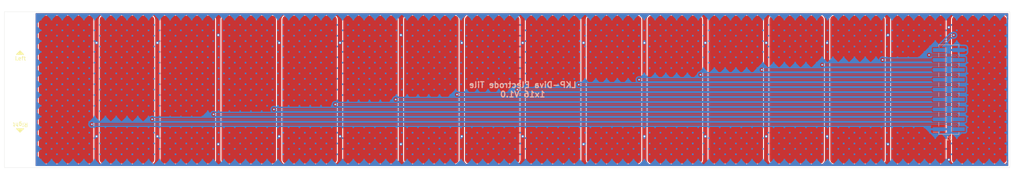
<source format=kicad_pcb>
(kicad_pcb (version 20190605) (host pcbnew "(5.1.0-1358-ge58d9606d)")
  (layers (0 "F.Cu" signal) (31 "B.Cu" signal) (34 "B.Paste" user) (35 "F.Paste" user) (36 "B.SilkS" user) (37 "F.SilkS" user) (38 "B.Mask" user) (39 "F.Mask" user) (44 "Edge.Cuts" user))
  (net 0 "")
  (net 1 "GNDA")
  (net 2 "Net-(J1-Pad17)")
  (net 3 "Net-(J1-Pad16)")
  (net 4 "Net-(J1-Pad15)")
  (net 5 "Net-(J1-Pad14)")
  (net 6 "Net-(J1-Pad13)")
  (net 7 "Net-(J1-Pad12)")
  (net 8 "Net-(J1-Pad11)")
  (net 9 "Net-(J1-Pad10)")
  (net 10 "Net-(J1-Pad9)")
  (net 11 "Net-(J1-Pad8)")
  (net 12 "Net-(J1-Pad7)")
  (net 13 "Net-(J1-Pad6)")
  (net 14 "Net-(J1-Pad5)")
  (net 15 "Net-(J1-Pad4)")
  (net 16 "Net-(J1-Pad3)")
  (net 17 "Net-(J1-Pad2)")
  (module "Connector_PinHeader_2.54mm:PinHeader_2x09_P2.54mm_Vertical_SMD" (layer "B.Cu") (at 265.625 104)
    (fp_text reference "J1" (at 0 12.49) (layer "B.SilkS") (effects (justify mirror)))
    (fp_text value "Intercon")
    (fp_line (start 2.6 -8.38) (end 2.6 -9.4) (layer "B.SilkS") (width 0.12))
    (fp_line (start -2.6 -8.38) (end -2.6 -9.4) (layer "B.SilkS") (width 0.12))
    (fp_line (start 2.6 -5.84) (end 2.6 -6.86) (layer "B.SilkS") (width 0.12))
    (fp_line (start -2.6 -5.84) (end -2.6 -6.86) (layer "B.SilkS") (width 0.12))
    (fp_line (start 2.6 -3.3) (end 2.6 -4.32) (layer "B.SilkS") (width 0.12))
    (fp_line (start -2.6 -3.3) (end -2.6 -4.32) (layer "B.SilkS") (width 0.12))
    (fp_line (start 2.6 -0.76) (end 2.6 -1.78) (layer "B.SilkS") (width 0.12))
    (fp_line (start -2.6 -0.76) (end -2.6 -1.78) (layer "B.SilkS") (width 0.12))
    (fp_line (start 2.6 1.78) (end 2.6 0.76) (layer "B.SilkS") (width 0.12))
    (fp_line (start -2.6 1.78) (end -2.6 0.76) (layer "B.SilkS") (width 0.12))
    (fp_line (start 2.6 4.32) (end 2.6 3.3) (layer "B.SilkS") (width 0.12))
    (fp_line (start -2.6 4.32) (end -2.6 3.3) (layer "B.SilkS") (width 0.12))
    (fp_line (start 2.6 6.86) (end 2.6 5.84) (layer "B.SilkS") (width 0.12))
    (fp_line (start -2.6 6.86) (end -2.6 5.84) (layer "B.SilkS") (width 0.12))
    (fp_line (start 2.6 9.4) (end 2.6 8.38) (layer "B.SilkS") (width 0.12))
    (fp_line (start -2.6 9.4) (end -2.6 8.38) (layer "B.SilkS") (width 0.12))
    (fp_line (start 2.6 -10.92) (end 2.6 -11.49) (layer "B.SilkS") (width 0.12))
    (fp_line (start -2.6 -10.92) (end -2.6 -11.49) (layer "B.SilkS") (width 0.12))
    (fp_line (start 2.6 11.49) (end 2.6 10.92) (layer "B.SilkS") (width 0.12))
    (fp_line (start -2.6 11.49) (end -2.6 10.92) (layer "B.SilkS") (width 0.12))
    (fp_line (start -4.04 10.92) (end -2.6 10.92) (layer "B.SilkS") (width 0.12))
    (fp_line (start -2.6 -11.49) (end 2.6 -11.49) (layer "B.SilkS") (width 0.12))
    (fp_line (start -2.6 11.49) (end 2.6 11.49) (layer "B.SilkS") (width 0.12))
    (pad "18" smd rect (at 2.525 -10.16) (size 3.15 1) (layers "B.Cu" "B.Paste" "B.Mask") (net 1 "GNDA"))
    (pad "17" smd rect (at -2.525 -10.16) (size 3.15 1) (layers "B.Cu" "B.Paste" "B.Mask") (net 2 "Net-(J1-Pad17)"))
    (pad "16" smd rect (at 2.525 -7.62) (size 3.15 1) (layers "B.Cu" "B.Paste" "B.Mask") (net 3 "Net-(J1-Pad16)"))
    (pad "15" smd rect (at -2.525 -7.62) (size 3.15 1) (layers "B.Cu" "B.Paste" "B.Mask") (net 4 "Net-(J1-Pad15)"))
    (pad "14" smd rect (at 2.525 -5.08) (size 3.15 1) (layers "B.Cu" "B.Paste" "B.Mask") (net 5 "Net-(J1-Pad14)"))
    (pad "13" smd rect (at -2.525 -5.08) (size 3.15 1) (layers "B.Cu" "B.Paste" "B.Mask") (net 6 "Net-(J1-Pad13)"))
    (pad "12" smd rect (at 2.525 -2.54) (size 3.15 1) (layers "B.Cu" "B.Paste" "B.Mask") (net 7 "Net-(J1-Pad12)"))
    (pad "11" smd rect (at -2.525 -2.54) (size 3.15 1) (layers "B.Cu" "B.Paste" "B.Mask") (net 8 "Net-(J1-Pad11)"))
    (pad "10" smd rect (at 2.525 0) (size 3.15 1) (layers "B.Cu" "B.Paste" "B.Mask") (net 9 "Net-(J1-Pad10)"))
    (pad "9" smd rect (at -2.525 0) (size 3.15 1) (layers "B.Cu" "B.Paste" "B.Mask") (net 10 "Net-(J1-Pad9)"))
    (pad "8" smd rect (at 2.525 2.54) (size 3.15 1) (layers "B.Cu" "B.Paste" "B.Mask") (net 11 "Net-(J1-Pad8)"))
    (pad "7" smd rect (at -2.525 2.54) (size 3.15 1) (layers "B.Cu" "B.Paste" "B.Mask") (net 12 "Net-(J1-Pad7)"))
    (pad "6" smd rect (at 2.525 5.08) (size 3.15 1) (layers "B.Cu" "B.Paste" "B.Mask") (net 13 "Net-(J1-Pad6)"))
    (pad "5" smd rect (at -2.525 5.08) (size 3.15 1) (layers "B.Cu" "B.Paste" "B.Mask") (net 14 "Net-(J1-Pad5)"))
    (pad "4" smd rect (at 2.525 7.62) (size 3.15 1) (layers "B.Cu" "B.Paste" "B.Mask") (net 15 "Net-(J1-Pad4)"))
    (pad "3" smd rect (at -2.525 7.62) (size 3.15 1) (layers "B.Cu" "B.Paste" "B.Mask") (net 16 "Net-(J1-Pad3)"))
    (pad "2" smd rect (at 2.525 10.16) (size 3.15 1) (layers "B.Cu" "B.Paste" "B.Mask") (net 17 "Net-(J1-Pad2)"))
    (pad "1" smd rect (at -2.525 10.16) (size 3.15 1) (layers "B.Cu" "B.Paste" "B.Mask") (net 1 "GNDA"))
  )
  (module "MountingHole:MountingHole_3.2mm_M3_ISO7380" (layer "F.Cu") (at 27.25 119)
    (fp_text reference "H2" hide)
    (fp_text value "MountingHole")
    (pad "1" np_thru_hole circle (at 0 0) (size 3.2 3.2) (drill 3.2) (layers *.Cu *.Mask))
  )
  (module "MountingHole:MountingHole_3.2mm_M3_ISO7380" (layer "F.Cu") (at 27.25 89)
    (fp_text reference "H1" hide)
    (fp_text value "MountingHole")
    (pad "1" np_thru_hole circle (at 0 0) (size 3.2 3.2) (drill 3.2) (layers *.Cu *.Mask))
  )
  (module "private:CapSense_Electrode_14x38mm" (layer "F.Cu") (at 257.81247 104)
    (fp_text reference "J17" hide)
    (fp_text value "Electrode 14")
    (pad "1" smd roundrect (at 0 0) (size 14 38) (layers "F.Cu") (roundrect_rratio 0.075) (net 3 "Net-(J1-Pad16)"))
  )
  (module "private:CapSense_Electrode_14x38mm" (layer "F.Cu") (at 226.56243 104)
    (fp_text reference "J16" hide)
    (fp_text value "Electrode 12")
    (pad "1" smd roundrect (at 0 0) (size 14 38) (layers "F.Cu") (roundrect_rratio 0.075) (net 5 "Net-(J1-Pad14)"))
  )
  (module "private:CapSense_Electrode_14x38mm" (layer "F.Cu") (at 195.3125 104)
    (fp_text reference "J15" hide)
    (fp_text value "Electrode 10")
    (pad "1" smd roundrect (at 0 0) (size 14 38) (layers "F.Cu") (roundrect_rratio 0.075) (net 7 "Net-(J1-Pad12)"))
  )
  (module "private:CapSense_Electrode_14x38mm" (layer "F.Cu") (at 164.0625 104)
    (fp_text reference "J14" hide)
    (fp_text value "Electrode 8")
    (pad "1" smd roundrect (at 0 0) (size 14 38) (layers "F.Cu") (roundrect_rratio 0.075) (net 9 "Net-(J1-Pad10)"))
  )
  (module "private:CapSense_Electrode_14x38mm" (layer "F.Cu") (at 132.81231 104)
    (fp_text reference "J13" hide)
    (fp_text value "Electrode 6")
    (pad "1" smd roundrect (at 0 0) (size 14 38) (layers "F.Cu") (roundrect_rratio 0.075) (net 11 "Net-(J1-Pad8)"))
  )
  (module "private:CapSense_Electrode_14x38mm" (layer "F.Cu") (at 101.5625 104)
    (fp_text reference "J12" hide)
    (fp_text value "Electrode 4")
    (pad "1" smd roundrect (at 0 0) (size 14 38) (layers "F.Cu") (roundrect_rratio 0.075) (net 13 "Net-(J1-Pad6)"))
  )
  (module "private:CapSense_Electrode_14x38mm" (layer "F.Cu") (at 70.31223 104)
    (fp_text reference "J11" hide)
    (fp_text value "Electrode 2")
    (pad "1" smd roundrect (at 0 0) (size 14 38) (layers "F.Cu") (roundrect_rratio 0.075) (net 15 "Net-(J1-Pad4)"))
  )
  (module "private:CapSense_Electrode_14x38mm" (layer "F.Cu") (at 39.06219 104)
    (fp_text reference "J10" hide)
    (fp_text value "Electrode 0")
    (pad "1" smd roundrect (at 0 0) (size 14 38) (layers "F.Cu") (roundrect_rratio 0.075) (net 17 "Net-(J1-Pad2)"))
  )
  (module "private:CapSense_Electrode_14x38mm" (layer "F.Cu") (at 273.43749 104)
    (fp_text reference "J9" hide)
    (fp_text value "Electrode 15")
    (pad "1" smd roundrect (at 0 0) (size 14 38) (layers "F.Cu") (roundrect_rratio 0.075) (net 2 "Net-(J1-Pad17)"))
  )
  (module "private:CapSense_Electrode_14x38mm" (layer "F.Cu") (at 242.18745 104)
    (fp_text reference "J8" hide)
    (fp_text value "Electrode 13")
    (pad "1" smd roundrect (at 0 0) (size 14 38) (layers "F.Cu") (roundrect_rratio 0.075) (net 4 "Net-(J1-Pad15)"))
  )
  (module "private:CapSense_Electrode_14x38mm" (layer "F.Cu") (at 210.93741 104)
    (fp_text reference "J7" hide)
    (fp_text value "Electrode 11")
    (pad "1" smd roundrect (at 0 0) (size 14 38) (layers "F.Cu") (roundrect_rratio 0.075) (net 6 "Net-(J1-Pad13)"))
  )
  (module "private:CapSense_Electrode_14x38mm" (layer "F.Cu") (at 179.68737 104)
    (fp_text reference "J6" hide)
    (fp_text value "Electrode 9")
    (pad "1" smd roundrect (at 0 0) (size 14 38) (layers "F.Cu") (roundrect_rratio 0.075) (net 8 "Net-(J1-Pad11)"))
  )
  (module "private:CapSense_Electrode_14x38mm" (layer "F.Cu") (at 148.43733 104)
    (fp_text reference "J5" hide)
    (fp_text value "Electrode 7")
    (pad "1" smd roundrect (at 0 0) (size 14 38) (layers "F.Cu") (roundrect_rratio 0.075) (net 10 "Net-(J1-Pad9)"))
  )
  (module "private:CapSense_Electrode_14x38mm" (layer "F.Cu") (at 117.18729 104)
    (fp_text reference "J4" hide)
    (fp_text value "Electrode 5")
    (pad "1" smd roundrect (at 0 0) (size 14 38) (layers "F.Cu") (roundrect_rratio 0.075) (net 12 "Net-(J1-Pad7)"))
  )
  (module "private:CapSense_Electrode_14x38mm" (layer "F.Cu") (at 85.93725 104)
    (fp_text reference "J3" hide)
    (fp_text value "Electrode 3")
    (pad "1" smd roundrect (at 0 0) (size 14 38) (layers "F.Cu") (roundrect_rratio 0.075) (net 14 "Net-(J1-Pad5)"))
  )
  (module "private:CapSense_Electrode_14x38mm" (layer "F.Cu") (at 54.68721 104)
    (fp_text reference "J2" hide)
    (fp_text value "Electrode 1")
    (pad "1" smd roundrect (at 0 0) (size 14 38) (layers "F.Cu") (roundrect_rratio 0.075) (net 16 "Net-(J1-Pad3)"))
  )
  (gr_poly (pts (xy 27.25 115) (xy 28.25 114) (xy 26.25 114)) (layer "F.SilkS") (width 0.1))
  (gr_poly (pts (xy 27.25 94) (xy 26.25 95) (xy 28.25 95)) (layer "F.SilkS") (width 0.1))
  (gr_text "Right" (at 27.34375 113 180) (layer "F.SilkS") (effects (font (size 1 1))))
  (gr_text "Left" (at 27.34375 96) (layer "F.SilkS") (effects (font (size 1 1))))
  (gr_text "LKP-Diva Electrode Tile\n1x16 V1.0" (at 156.25 104) (layer "B.SilkS") (effects (font (size 1.5 1.5) (thickness 0.3)) (justify mirror)))
  (gr_line (start 23.25 84) (end 23.25 124) (layer "Edge.Cuts") (width 0.05))
  (gr_line (start 281.25 124) (end 281.25 84) (layer "Edge.Cuts") (width 0.05))
  (gr_line (start 23.25 124) (end 281.25 124) (layer "Edge.Cuts") (width 0.05))
  (gr_line (start 281.25 84) (end 23.25 84) (layer "Edge.Cuts") (width 0.05))
  (segment (start 263.1 93.1876) (end 266.2576 90.03) (width 0.1524) (layer "B.Cu") (net 2))
  (segment (start 263.1 93.84) (end 263.1 93.1876) (width 0.1524) (layer "B.Cu") (net 2))
  (segment (start 266.2576 90.03) (end 266.895 90.03) (width 0.1524) (layer "B.Cu") (net 2))
  (via (at 266.895 90.03) (size 0.6) (drill 0.3) (layers "F.Cu" "B.Cu") (net 2))
  (segment (start 268.15 95.7276) (end 267.5324 95.11) (width 0.1524) (layer "B.Cu") (net 3))
  (segment (start 268.15 96.38) (end 268.15 95.7276) (width 0.1524) (layer "B.Cu") (net 3))
  (segment (start 267.5324 95.11) (end 260.545 95.11) (width 0.1524) (layer "B.Cu") (net 3))
  (via (at 260.545 95.11) (size 0.6) (drill 0.3) (layers "F.Cu" "B.Cu") (net 3))
  (segment (start 263.1 96.38) (end 248.861 96.38) (width 0.1524) (layer "B.Cu") (net 4))
  (segment (start 248.861 96.38) (end 248.607 96.38) (width 0.1524) (layer "B.Cu") (net 4))
  (via (at 248.607 96.38) (size 0.6) (drill 0.3) (layers "F.Cu" "B.Cu") (net 4))
  (segment (start 268.15 98.2676) (end 267.5324 97.65) (width 0.1524) (layer "B.Cu") (net 5))
  (segment (start 268.15 98.92) (end 268.15 98.2676) (width 0.1524) (layer "B.Cu") (net 5))
  (segment (start 233.113 97.65) (end 267.5324 97.65) (width 0.1524) (layer "B.Cu") (net 5))
  (via (at 233.113 97.65) (size 0.6) (drill 0.3) (layers "F.Cu" "B.Cu") (net 5))
  (segment (start 217.619 98.92) (end 263.1 98.92) (width 0.1524) (layer "B.Cu") (net 6))
  (via (at 217.619 98.92) (size 0.6) (drill 0.3) (layers "F.Cu" "B.Cu") (net 6))
  (segment (start 268.15 100.8076) (end 267.5324 100.19) (width 0.1524) (layer "B.Cu") (net 7))
  (segment (start 268.15 101.46) (end 268.15 100.8076) (width 0.1524) (layer "B.Cu") (net 7))
  (segment (start 201.871 100.19) (end 267.5324 100.19) (width 0.1524) (layer "B.Cu") (net 7))
  (via (at 201.871 100.19) (size 0.6) (drill 0.3) (layers "F.Cu" "B.Cu") (net 7))
  (segment (start 186.123 101.46) (end 263.1 101.46) (width 0.1524) (layer "B.Cu") (net 8))
  (via (at 186.123 101.46) (size 0.6) (drill 0.3) (layers "F.Cu" "B.Cu") (net 8))
  (segment (start 268.15 103.3476) (end 267.5324 102.73) (width 0.1524) (layer "B.Cu") (net 9))
  (segment (start 268.15 104) (end 268.15 103.3476) (width 0.1524) (layer "B.Cu") (net 9))
  (segment (start 170.629 102.73) (end 267.5324 102.73) (width 0.1524) (layer "B.Cu") (net 9))
  (via (at 170.629 102.73) (size 0.6) (drill 0.3) (layers "F.Cu" "B.Cu") (net 9))
  (segment (start 154.881 104) (end 263.1 104) (width 0.1524) (layer "B.Cu") (net 10))
  (via (at 154.881 104) (size 0.6) (drill 0.3) (layers "F.Cu" "B.Cu") (net 10))
  (segment (start 268.15 106.54) (end 268.15 105.8876) (width 0.1524) (layer "B.Cu") (net 11))
  (segment (start 139.387 105.27) (end 267.5324 105.27) (width 0.1524) (layer "B.Cu") (net 11))
  (segment (start 268.15 105.8876) (end 267.5324 105.27) (width 0.1524) (layer "B.Cu") (net 11))
  (via (at 139.387 105.27) (size 0.6) (drill 0.3) (layers "F.Cu" "B.Cu") (net 11))
  (segment (start 263.1 106.54) (end 123.639 106.54) (width 0.1524) (layer "B.Cu") (net 12))
  (via (at 123.639 106.54) (size 0.6) (drill 0.3) (layers "F.Cu" "B.Cu") (net 12))
  (segment (start 268.15 108.4276) (end 267.5324 107.81) (width 0.1524) (layer "B.Cu") (net 13))
  (segment (start 268.15 109.08) (end 268.15 108.4276) (width 0.1524) (layer "B.Cu") (net 13))
  (segment (start 108.145 107.81) (end 267.5324 107.81) (width 0.1524) (layer "B.Cu") (net 13))
  (via (at 108.145 107.81) (size 0.6) (drill 0.3) (layers "F.Cu" "B.Cu") (net 13))
  (segment (start 263.1 109.08) (end 92.397 109.08) (width 0.1524) (layer "B.Cu") (net 14))
  (via (at 92.397 109.08) (size 0.6) (drill 0.3) (layers "F.Cu" "B.Cu") (net 14))
  (segment (start 268.15 110.9676) (end 267.5324 110.35) (width 0.1524) (layer "B.Cu") (net 15))
  (segment (start 268.15 111.62) (end 268.15 110.9676) (width 0.1524) (layer "B.Cu") (net 15))
  (segment (start 76.903 110.35) (end 267.5324 110.35) (width 0.1524) (layer "B.Cu") (net 15))
  (via (at 76.903 110.35) (size 0.6) (drill 0.3) (layers "F.Cu" "B.Cu") (net 15))
  (segment (start 263.1 111.62) (end 61.155 111.62) (width 0.1524) (layer "B.Cu") (net 16))
  (via (at 61.155 111.62) (size 0.6) (drill 0.3) (layers "F.Cu" "B.Cu") (net 16))
  (segment (start 268.15 113.5076) (end 267.5324 112.89) (width 0.1524) (layer "B.Cu") (net 17))
  (segment (start 268.15 114.16) (end 268.15 113.5076) (width 0.1524) (layer "B.Cu") (net 17))
  (segment (start 45.661 112.89) (end 267.5324 112.89) (width 0.1524) (layer "B.Cu") (net 17))
  (via (at 45.661 112.89) (size 0.6) (drill 0.3) (layers "F.Cu" "B.Cu") (net 17))
  (via (at 265.625 122) (size 0.8) (drill 0.4) (layers "F.Cu" "B.Cu") (net 1))
  (via (at 250 118) (size 0.8) (drill 0.4) (layers "F.Cu" "B.Cu") (net 1))
  (via (at 234.375 116) (size 0.8) (drill 0.4) (layers "F.Cu" "B.Cu") (net 1))
  (via (at 218.75 116) (size 0.8) (drill 0.4) (layers "F.Cu" "B.Cu") (net 1))
  (via (at 203.125 116) (size 0.8) (drill 0.4) (layers "F.Cu" "B.Cu") (net 1))
  (via (at 187.5 116) (size 0.8) (drill 0.4) (layers "F.Cu" "B.Cu") (net 1))
  (via (at 156.25 116) (size 0.8) (drill 0.4) (layers "F.Cu" "B.Cu") (net 1))
  (via (at 140.625 116) (size 0.8) (drill 0.4) (layers "F.Cu" "B.Cu") (net 1))
  (via (at 109.375 116) (size 0.8) (drill 0.4) (layers "F.Cu" "B.Cu") (net 1))
  (via (at 93.75 116) (size 0.8) (drill 0.4) (layers "F.Cu" "B.Cu") (net 1))
  (via (at 62.5 116) (size 0.8) (drill 0.4) (layers "F.Cu" "B.Cu") (net 1))
  (via (at 46.875 116) (size 0.8) (drill 0.4) (layers "F.Cu" "B.Cu") (net 1))
  (via (at 250 90) (size 0.8) (drill 0.4) (layers "F.Cu" "B.Cu") (net 1))
  (via (at 265.625 88) (size 0.8) (drill 0.4) (layers "F.Cu" "B.Cu") (net 1))
  (via (at 234.375 92) (size 0.8) (drill 0.4) (layers "F.Cu" "B.Cu") (net 1))
  (via (at 218.75 92) (size 0.8) (drill 0.4) (layers "F.Cu" "B.Cu") (net 1))
  (via (at 203.125 92) (size 0.8) (drill 0.4) (layers "F.Cu" "B.Cu") (net 1))
  (via (at 187.5 92) (size 0.8) (drill 0.4) (layers "F.Cu" "B.Cu") (net 1))
  (via (at 171.875 92) (size 0.8) (drill 0.4) (layers "F.Cu" "B.Cu") (net 1))
  (via (at 156.25 92) (size 0.8) (drill 0.4) (layers "F.Cu" "B.Cu") (net 1))
  (via (at 140.625 92) (size 0.8) (drill 0.4) (layers "F.Cu" "B.Cu") (net 1))
  (via (at 125 90) (size 0.8) (drill 0.4) (layers "F.Cu" "B.Cu") (net 1))
  (via (at 109.375 92) (size 0.8) (drill 0.4) (layers "F.Cu" "B.Cu") (net 1))
  (via (at 93.75 92) (size 0.8) (drill 0.4) (layers "F.Cu" "B.Cu") (net 1))
  (via (at 78.125 90) (size 0.8) (drill 0.4) (layers "F.Cu" "B.Cu") (net 1))
  (via (at 62.5 92) (size 0.8) (drill 0.4) (layers "F.Cu" "B.Cu") (net 1))
  (via (at 46.875 92) (size 0.8) (drill 0.4) (layers "F.Cu" "B.Cu") (net 1))
  (via (at 171.875 118) (size 0.8) (drill 0.4) (layers "F.Cu" "B.Cu") (net 1))
  (via (at 125 118) (size 0.8) (drill 0.4) (layers "F.Cu" "B.Cu") (net 1))
  (via (at 78.125 118) (size 0.8) (drill 0.4) (layers "F.Cu" "B.Cu") (net 1))
  (zone (net 1) (net_name "GNDA") (layer "B.Cu") (connect_pads (clearance 0.25)) (min_thickness 0.1778) (fill yes (mode hatch) (thermal_gap 0.508) (thermal_bridge_width 0.508) (hatch_thickness 0.1778) (hatch_gap 1.778) (hatch_orientation 45) (hatch_smoothing_level 1) (hatch_smoothing_value 0.1))
    (polygon (pts (xy 281.25 84) (xy 31.25 84) (xy 31.25 124) (xy 281.25 124)))
  )
  (zone (net 1) (net_name "GNDA") (layer "F.Cu") (connect_pads (clearance 0.25)) (min_thickness 0.1778) (fill yes (thermal_gap 0.508) (thermal_bridge_width 0.508))
    (polygon (pts (xy 281.25 124) (xy 281.25 84) (xy 31.25 84) (xy 31.25 124)))
  )
)
</source>
